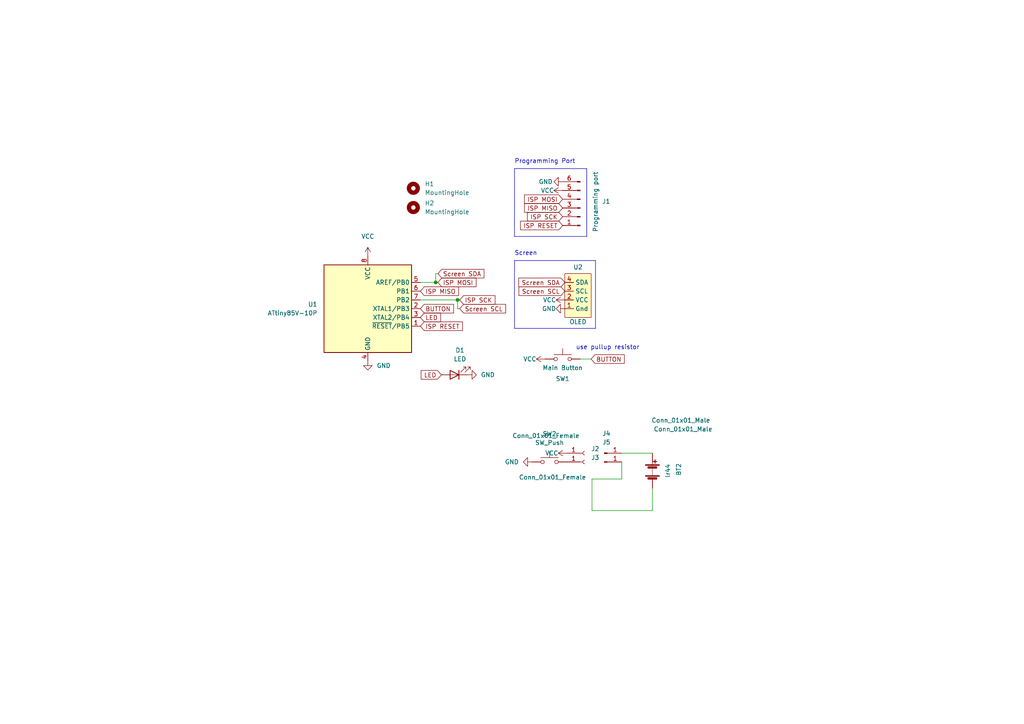
<source format=kicad_sch>
(kicad_sch (version 20231120) (generator "eeschema") (generator_version "8.0")
  (paper "A4")
  (lib_symbols
    (symbol "Connector:Conn_01x01_Female" (pin_names (offset 1.016) hide)
      (property "Reference" "J" (at 0 2.54 0))
      (property "Value" "Conn_01x01_Female" (at 0 -2.54 0))
      (symbol "Conn_01x01_Female_1_1"
        (polyline (pts (xy -1.27 0) (xy -0.508 0)) (stroke (width 0.1524)))
        (arc (start 0 0.508) (mid -0.5058 0) (end 0 -0.508) (stroke (width 0.1524)))
        (pin passive line (at -5.08 0 0) (length 3.81) (name "Pin_1") (number "1"))
      )
    )
    (symbol "Connector:Conn_01x01_Male" (pin_names (offset 1.016) hide)
      (property "Reference" "J" (at 0 2.54 0))
      (property "Value" "Conn_01x01_Male" (at 0 -2.54 0))
      (symbol "Conn_01x01_Male_1_1"
        (polyline (pts (xy 1.27 0) (xy 0.8636 0)) (stroke (width 0.1524)))
        (rectangle (start 0.8636 0.127) (end 0 -0.127) (stroke (width 0.1524)) (fill (type outline)))
        (pin passive line (at 5.08 0 180) (length 3.81) (name "Pin_1") (number "1"))
      )
    )
    (symbol "Connector:Conn_01x06_Male" (pin_names (offset 1.016) hide)
      (property "Reference" "J" (at 0 7.62 0))
      (property "Value" "Conn_01x06_Male" (at 0 -10.16 0))
      (symbol "Conn_01x06_Male_1_1"
        (polyline (pts (xy 1.27 -7.62) (xy 0.8636 -7.62)) (stroke (width 0.1524)))
        (polyline (pts (xy 1.27 -5.08) (xy 0.8636 -5.08)) (stroke (width 0.1524)))
        (polyline (pts (xy 1.27 -2.54) (xy 0.8636 -2.54)) (stroke (width 0.1524)))
        (polyline (pts (xy 1.27 0) (xy 0.8636 0)) (stroke (width 0.1524)))
        (polyline (pts (xy 1.27 2.54) (xy 0.8636 2.54)) (stroke (width 0.1524)))
        (polyline (pts (xy 1.27 5.08) (xy 0.8636 5.08)) (stroke (width 0.1524)))
        (rectangle (start 0.8636 -7.493) (end 0 -7.747) (stroke (width 0.1524)) (fill (type outline)))
        (rectangle (start 0.8636 -4.953) (end 0 -5.207) (stroke (width 0.1524)) (fill (type outline)))
        (rectangle (start 0.8636 -2.413) (end 0 -2.667) (stroke (width 0.1524)) (fill (type outline)))
        (rectangle (start 0.8636 0.127) (end 0 -0.127) (stroke (width 0.1524)) (fill (type outline)))
        (rectangle (start 0.8636 2.667) (end 0 2.413) (stroke (width 0.1524)) (fill (type outline)))
        (rectangle (start 0.8636 5.207) (end 0 4.953) (stroke (width 0.1524)) (fill (type outline)))
        (pin passive line (at 5.08 5.08 180) (length 3.81) (name "Pin_1") (number "1"))
        (pin passive line (at 5.08 2.54 180) (length 3.81) (name "Pin_2") (number "2"))
        (pin passive line (at 5.08 0 180) (length 3.81) (name "Pin_3") (number "3"))
        (pin passive line (at 5.08 -2.54 180) (length 3.81) (name "Pin_4") (number "4"))
        (pin passive line (at 5.08 -5.08 180) (length 3.81) (name "Pin_5") (number "5"))
        (pin passive line (at 5.08 -7.62 180) (length 3.81) (name "Pin_6") (number "6"))
      )
    )
    (symbol "Device:Battery" (pin_numbers hide) (pin_names (offset 0) hide)
      (property "Reference" "BT" (at 2.54 2.54 0))
      (property "Value" "Battery" (at 2.54 0 0))
      (symbol "Battery_0_1"
        (rectangle (start -2.032 -1.397) (end 2.032 -1.651) (fill (type outline)))
        (rectangle (start -2.032 1.778) (end 2.032 1.524) (fill (type outline)))
        (rectangle (start -1.3208 -1.9812) (end 1.27 -2.4892) (fill (type outline)))
        (rectangle (start -1.3208 1.1938) (end 1.27 0.6858) (fill (type outline)))
        (polyline (pts (xy 0 -1.524) (xy 0 -1.27)))
        (polyline (pts (xy 0 -1.016) (xy 0 -0.762)))
        (polyline (pts (xy 0 -0.508) (xy 0 -0.254)))
        (polyline (pts (xy 0 0) (xy 0 0.254)))
        (polyline (pts (xy 0 0.508) (xy 0 0.762)))
        (polyline (pts (xy 0 1.778) (xy 0 2.54)))
        (polyline (pts (xy 0.254 2.667) (xy 1.27 2.667)) (stroke (width 0.254)))
        (polyline (pts (xy 0.762 3.175) (xy 0.762 2.159)) (stroke (width 0.254)))
      )
      (symbol "Battery_1_1"
        (pin passive line (at 0 5.08 270) (length 2.54) (name "+") (number "1"))
        (pin passive line (at 0 -5.08 90) (length 2.54) (name "-") (number "2"))
      )
    )
    (symbol "Device:LED" (pin_numbers hide) (pin_names (offset 1.016) hide)
      (property "Reference" "D" (at 0 2.54 0))
      (property "Value" "LED" (at 0 -2.54 0))
      (symbol "LED_0_1"
        (polyline (pts (xy -1.27 -1.27) (xy -1.27 1.27)) (stroke (width 0.254)))
        (polyline (pts (xy -1.27 0) (xy 1.27 0)))
        (polyline (pts (xy 1.27 -1.27) (xy 1.27 1.27) (xy -1.27 0) (xy 1.27 -1.27)) (stroke (width 0.254)))
        (polyline (pts (xy -3.048 -0.762) (xy -4.572 -2.286) (xy -3.81 -2.286) (xy -4.572 -2.286) (xy -4.572 -1.524)))
        (polyline (pts (xy -1.778 -0.762) (xy -3.302 -2.286) (xy -2.54 -2.286) (xy -3.302 -2.286) (xy -3.302 -1.524)))
      )
      (symbol "LED_1_1"
        (pin passive line (at -3.81 0 0) (length 2.54) (name "K") (number "1"))
        (pin passive line (at 3.81 0 180) (length 2.54) (name "A") (number "2"))
      )
    )
    (symbol "MCU_Microchip_ATtiny:ATtiny85V-10P"
      (property "Reference" "U" (at -12.7 13.97 0))
      (property "Value" "ATtiny85V-10P" (at 2.54 -13.97 0))
      (symbol "ATtiny85V-10P_0_1"
        (rectangle (start -12.7 -12.7) (end 12.7 12.7) (stroke (width 0.254)) (fill (type background)))
      )
      (symbol "ATtiny85V-10P_1_1"
        (pin bidirectional line (at 15.24 -5.08 180) (length 2.54) (name "~{RESET}/PB5") (number "1"))
        (pin bidirectional line (at 15.24 0 180) (length 2.54) (name "XTAL1/PB3") (number "2"))
        (pin bidirectional line (at 15.24 -2.54 180) (length 2.54) (name "XTAL2/PB4") (number "3"))
        (pin power_in line (at 0 -15.24 90) (length 2.54) (name "GND") (number "4"))
        (pin bidirectional line (at 15.24 7.62 180) (length 2.54) (name "AREF/PB0") (number "5"))
        (pin bidirectional line (at 15.24 5.08 180) (length 2.54) (name "PB1") (number "6"))
        (pin bidirectional line (at 15.24 2.54 180) (length 2.54) (name "PB2") (number "7"))
        (pin power_in line (at 0 15.24 270) (length 2.54) (name "VCC") (number "8"))
      )
    )
    (symbol "Mechanical:MountingHole" (pin_names (offset 1.016))
      (property "Reference" "H" (at 0 5.08 0))
      (property "Value" "MountingHole" (at 0 3.175 0))
      (symbol "MountingHole_0_1"
        (circle (center 0 0) (radius 1.27) (stroke (width 1.27)))
      )
    )
    (symbol "Switch:SW_Push" (pin_numbers hide) (pin_names (offset 1.016) hide)
      (property "Reference" "SW" (at 1.27 2.54 0))
      (property "Value" "SW_Push" (at 0 -1.524 0))
      (symbol "SW_Push_0_1"
        (circle (center -2.032 0) (radius 0.508))
        (polyline (pts (xy 0 1.27) (xy 0 3.048)))
        (polyline (pts (xy 2.54 1.27) (xy -2.54 1.27)))
        (circle (center 2.032 0) (radius 0.508))
        (pin passive line (at -5.08 0 0) (length 2.54) (name "1") (number "1"))
        (pin passive line (at 5.08 0 180) (length 2.54) (name "2") (number "2"))
      )
    )
    (symbol "Tamagotchi:i2c_OLED"
      (property "Reference" "U" (at 0 0 0))
      (property "Value" "i2c_OLED" (at 0 0 0))
      (symbol "i2c_OLED_0_1"
        (rectangle (start -6.35 -2.54) (end 6.35 -10.16) (fill (type background)))
      )
      (symbol "i2c_OLED_1_1"
        (pin input line (at -3.81 -2.54 270) (length 2.54) (name "Gnd") (number "1"))
        (pin input line (at -1.27 -2.54 270) (length 2.54) (name "VCC") (number "2"))
        (pin input line (at 1.27 -2.54 270) (length 2.54) (name "SCL") (number "3"))
        (pin input line (at 3.81 -2.54 270) (length 2.54) (name "SDA") (number "4"))
      )
    )
    (symbol "power:GND" (power) (pin_names (offset 0))
      (property "Value" "GND" (at 0 -3.81 0))
      (symbol "GND_0_1"
        (polyline (pts (xy 0 0) (xy 0 -1.27) (xy 1.27 -1.27) (xy 0 -2.54) (xy -1.27 -1.27) (xy 0 -1.27)))
      )
      (symbol "GND_1_1"
        (pin power_in line (at 0 0 270) (length 0) hide (name "GND") (number "1"))
      )
    )
    (symbol "power:VCC" (power) (pin_names (offset 0))
      (property "Value" "VCC" (at 0 3.81 0))
      (symbol "VCC_0_1"
        (polyline (pts (xy -0.762 1.27) (xy 0 2.54)))
        (polyline (pts (xy 0 0) (xy 0 2.54)))
        (polyline (pts (xy 0 2.54) (xy 0.762 1.27)))
      )
      (symbol "VCC_1_1"
        (pin power_in line (at 0 0 90) (length 0) hide (name "VCC") (number "1"))
      )
    )
  )
  (junction (at 126.365 81.915))
  (junction (at 132.715 86.995))
  (polyline (pts (xy 149.225 75.565) (xy 172.72 75.565)))
  (wire (pts (xy 121.92 86.995) (xy 132.715 86.995)))
  (wire (pts (xy 126.365 79.375) (xy 126.365 81.915)))
  (wire (pts (xy 132.715 89.535) (xy 133.35 89.535)))
  (wire (pts (xy 127 79.375) (xy 126.365 79.375)))
  (wire (pts (xy 171.704 138.938) (xy 180.34 138.938)))
  (polyline (pts (xy 149.225 68.58) (xy 149.225 48.895)))
  (wire (pts (xy 132.715 86.995) (xy 132.715 89.535)))
  (polyline (pts (xy 149.225 48.895) (xy 170.18 48.895)))
  (polyline (pts (xy 149.225 95.25) (xy 149.225 75.565)))
  (wire (pts (xy 171.704 148.082) (xy 171.704 138.938)))
  (polyline (pts (xy 172.72 75.565) (xy 172.72 95.25)))
  (wire (pts (xy 168.275 104.14) (xy 171.45 104.14)))
  (wire (pts (xy 189.23 148.082) (xy 189.23 141.605)))
  (wire (pts (xy 180.34 138.938) (xy 180.34 133.985)))
  (polyline (pts (xy 172.72 95.25) (xy 149.225 95.25)))
  (wire (pts (xy 180.34 131.445) (xy 189.23 131.445)))
  (wire (pts (xy 126.365 81.915) (xy 127 81.915)))
  (wire (pts (xy 132.715 86.995) (xy 133.35 86.995)))
  (polyline (pts (xy 170.18 68.58) (xy 149.225 68.58)))
  (wire (pts (xy 171.704 148.082) (xy 189.23 148.082)))
  (wire (pts (xy 121.92 81.915) (xy 126.365 81.915)))
  (polyline (pts (xy 170.18 48.895) (xy 170.18 68.58)))
  (text "Programming Port\n" (at 149.225 47.625 0) (effects (font (size 1.27 1.27)) (justify left bottom)))
  (text "Screen\n" (at 149.225 74.295 0) (effects (font (size 1.27 1.27)) (justify left bottom)))
  (text "use pullup resistor" (at 167.005 101.6 0) (effects (font (size 1.27 1.27)) (justify left bottom)))
  (global_label "Screen SDA" (shape input) (at 163.83 81.915 180) (property "Intersheetrefs" "${INTERSHEET_REFS}" (effects (hide yes))))
  (global_label "BUTTON" (shape input) (at 121.92 89.535 0) (property "Intersheetrefs" "${INTERSHEET_REFS}" (effects (hide yes))))
  (global_label "ISP MOSI" (shape input) (at 127 81.915 0) (property "Intersheetrefs" "${INTERSHEET_REFS}" (effects (hide yes))))
  (global_label "Screen SCL" (shape input) (at 163.83 84.455 180) (property "Intersheetrefs" "${INTERSHEET_REFS}" (effects (hide yes))))
  (global_label "ISP SCK" (shape input) (at 163.195 62.865 180) (property "Intersheetrefs" "${INTERSHEET_REFS}" (effects (hide yes))))
  (global_label "Screen SCL" (shape input) (at 133.35 89.535 0) (property "Intersheetrefs" "${INTERSHEET_REFS}" (effects (hide yes))))
  (global_label "ISP RESET" (shape input) (at 121.92 94.615 0) (property "Intersheetrefs" "${INTERSHEET_REFS}" (effects (hide yes))))
  (global_label "BUTTON" (shape input) (at 171.45 104.14 0) (property "Intersheetrefs" "${INTERSHEET_REFS}" (effects (hide yes))))
  (global_label "ISP MOSI" (shape input) (at 163.195 57.785 180) (property "Intersheetrefs" "${INTERSHEET_REFS}" (effects (hide yes))))
  (global_label "LED" (shape input) (at 121.92 92.075 0) (property "Intersheetrefs" "${INTERSHEET_REFS}" (effects (hide yes))))
  (global_label "ISP RESET" (shape input) (at 163.195 65.405 180) (property "Intersheetrefs" "${INTERSHEET_REFS}" (effects (hide yes))))
  (global_label "ISP MISO" (shape input) (at 163.195 60.325 180) (property "Intersheetrefs" "${INTERSHEET_REFS}" (effects (hide yes))))
  (global_label "ISP SCK" (shape input) (at 133.35 86.995 0) (property "Intersheetrefs" "${INTERSHEET_REFS}" (effects (hide yes))))
  (global_label "Screen SDA" (shape input) (at 127 79.375 0) (property "Intersheetrefs" "${INTERSHEET_REFS}" (effects (hide yes))))
  (global_label "ISP MISO" (shape input) (at 121.92 84.455 0) (property "Intersheetrefs" "${INTERSHEET_REFS}" (effects (hide yes))))
  (global_label "LED" (shape input) (at 128.016 108.712 180) (property "Intersheetrefs" "${INTERSHEET_REFS}" (effects (hide yes))))
  (symbol (lib_id "Device:LED") (at 131.826 108.712 180) (unit 1)
    (property "Reference" "D1" (at 133.4135 101.6 0))
    (property "Value" "LED" (at 133.4135 104.14 0))
    (property "Footprint" "LED_THT:LED_D1.8mm_W3.3mm_H2.4mm" (effects (hide yes)))
  )
  (symbol (lib_id "power:GND") (at 135.636 108.712 90) (unit 1)
    (property "Reference" "#PWR01" (effects (hide yes)))
    (property "Value" "GND" (at 139.446 108.712 90) (effects (justify right)))
  )
  (symbol (lib_id "Connector:Conn_01x01_Female") (at 169.545 131.445 0) (unit 1)
    (property "Reference" "J2" (at 171.45 130.1749 0) (effects (justify left)))
    (property "Value" "Conn_01x01_Female" (at 148.59 126.365 0) (effects (justify left)))
    (property "Footprint" "Connector_PinHeader_2.54mm:PinHeader_1x01_P2.54mm_Vertical" (effects (hide yes)))
  )
  (symbol (lib_id "MCU_Microchip_ATtiny:ATtiny85V-10P") (at 106.68 89.535 0) (unit 1)
    (property "Reference" "U1" (at 92.075 88.2649 0) (effects (justify right)))
    (property "Value" "ATtiny85V-10P" (at 92.075 90.8049 0) (effects (justify right)))
    (property "Footprint" "Package_DIP:DIP-8_W7.62mm" (effects (hide yes)))
    (property "Datasheet" "http://ww1.microchip.com/downloads/en/DeviceDoc/atmel-2586-avr-8-bit-microcontroller-attiny25-attiny45-attiny85_datasheet.pdf" (effects (hide yes)))
  )
  (symbol (lib_id "power:VCC") (at 163.195 55.245 90) (unit 1)
    (property "Reference" "#PWR0105" (effects (hide yes)))
    (property "Value" "VCC" (at 156.845 55.245 90) (effects (justify right)))
  )
  (symbol (lib_id "Connector:Conn_01x01_Female") (at 169.545 133.985 0) (unit 1)
    (property "Reference" "J3" (at 171.45 132.7149 0) (effects (justify left)))
    (property "Value" "Conn_01x01_Female" (at 150.495 138.43 0) (effects (justify left)))
    (property "Footprint" "Connector_PinHeader_2.54mm:PinHeader_1x01_P2.54mm_Vertical" (effects (hide yes)))
  )
  (symbol (lib_id "power:VCC") (at 106.68 74.295 0) (unit 1)
    (property "Reference" "#PWR0104" (effects (hide yes)))
    (property "Value" "VCC" (at 106.68 68.58 0))
  )
  (symbol (lib_id "Tamagotchi:i2c_OLED") (at 161.29 85.725 90) (unit 1)
    (property "Reference" "U2" (at 167.64 77.47 90))
    (property "Value" "OLED" (at 167.64 93.345 90))
    (property "Footprint" "Stepchild:Tiny OLED module" (effects (hide yes)))
  )
  (symbol (lib_id "power:GND") (at 163.83 89.535 270) (unit 1)
    (property "Reference" "#PWR0107" (effects (hide yes)))
    (property "Value" "GND" (at 161.29 89.535 90) (effects (justify right)))
  )
  (symbol (lib_id "power:VCC") (at 158.115 104.14 90) (unit 1)
    (property "Reference" "#PWR0110" (effects (hide yes)))
    (property "Value" "VCC" (at 153.67 104.14 90))
  )
  (symbol (lib_id "power:VCC") (at 163.83 86.995 90) (unit 1)
    (property "Reference" "#PWR0106" (effects (hide yes)))
    (property "Value" "VCC" (at 159.385 86.995 90))
  )
  (symbol (lib_id "Connector:Conn_01x06_Male") (at 168.275 60.325 180) (unit 1)
    (property "Reference" "J1" (at 174.625 58.42 0) (effects (justify right)))
    (property "Value" "Programming port" (at 172.72 67.31 90) (effects (justify right)))
    (property "Footprint" "Connector_PinHeader_2.54mm:PinHeader_1x06_P2.54mm_Vertical" (effects (hide yes)))
  )
  (symbol (lib_id "Mechanical:MountingHole") (at 119.888 60.198 0) (unit 1)
    (property "Reference" "H2" (at 123.19 58.928 0) (effects (justify left)))
    (property "Value" "MountingHole" (at 123.19 61.468 0) (effects (justify left)))
  )
  (symbol (lib_id "Device:Battery") (at 189.23 136.525 0) (unit 1)
    (property "Reference" "BT2" (at 196.85 136.144 90))
    (property "Value" "lr44" (at 193.675 136.525 90))
    (property "Footprint" "Stepchild:Battery Clip" (effects (hide yes)))
  )
  (symbol (lib_id "Switch:SW_Push") (at 163.195 104.14 0) (unit 1)
    (property "Reference" "SW1" (at 163.195 109.855 0))
    (property "Value" "Main Button" (at 163.195 106.68 0))
    (property "Footprint" "Button_Switch_THT:SW_PUSH_6mm" (effects (hide yes)))
  )
  (symbol (lib_id "Switch:SW_Push") (at 159.385 133.985 0) (unit 1)
    (property "Reference" "SW2" (at 159.385 125.857 0))
    (property "Value" "SW_Push" (at 159.385 128.397 0))
    (property "Footprint" "1825232-1:18252321" (effects (hide yes)))
  )
  (symbol (lib_id "power:VCC") (at 164.465 131.445 90) (unit 1)
    (property "Reference" "#PWR0102" (effects (hide yes)))
    (property "Value" "VCC" (at 160.02 131.445 90))
  )
  (symbol (lib_id "power:GND") (at 154.305 133.985 270) (unit 1)
    (property "Reference" "#PWR02" (effects (hide yes)))
    (property "Value" "GND" (at 150.495 133.9849 90) (effects (justify right)))
  )
  (symbol (lib_id "Connector:Conn_01x01_Male") (at 175.26 131.445 0) (unit 1)
    (property "Reference" "J4" (at 175.895 125.73 0))
    (property "Value" "Conn_01x01_Male" (at 198.12 124.46 0))
    (property "Footprint" "Connector_PinHeader_2.54mm:PinHeader_1x01_P2.54mm_Vertical" (effects (hide yes)))
  )
  (symbol (lib_id "power:GND") (at 163.195 52.705 270) (unit 1)
    (property "Reference" "#PWR0109" (effects (hide yes)))
    (property "Value" "GND" (at 156.21 52.705 90) (effects (justify left)))
  )
  (symbol (lib_id "power:GND") (at 106.68 104.775 0) (unit 1)
    (property "Reference" "#PWR0103" (effects (hide yes)))
    (property "Value" "GND" (at 109.22 106.0449 0) (effects (justify left)))
  )
  (symbol (lib_id "Connector:Conn_01x01_Male") (at 175.26 133.985 0) (unit 1)
    (property "Reference" "J5" (at 175.895 128.27 0))
    (property "Value" "Conn_01x01_Male" (at 197.485 121.92 0))
    (property "Footprint" "Connector_PinHeader_2.54mm:PinHeader_1x01_P2.54mm_Vertical" (effects (hide yes)))
  )
  (symbol (lib_id "Mechanical:MountingHole") (at 119.888 54.61 0) (unit 1)
    (property "Reference" "H1" (at 123.19 53.34 0) (effects (justify left)))
    (property "Value" "MountingHole" (at 123.19 55.88 0) (effects (justify left)))
  )
)
</source>
